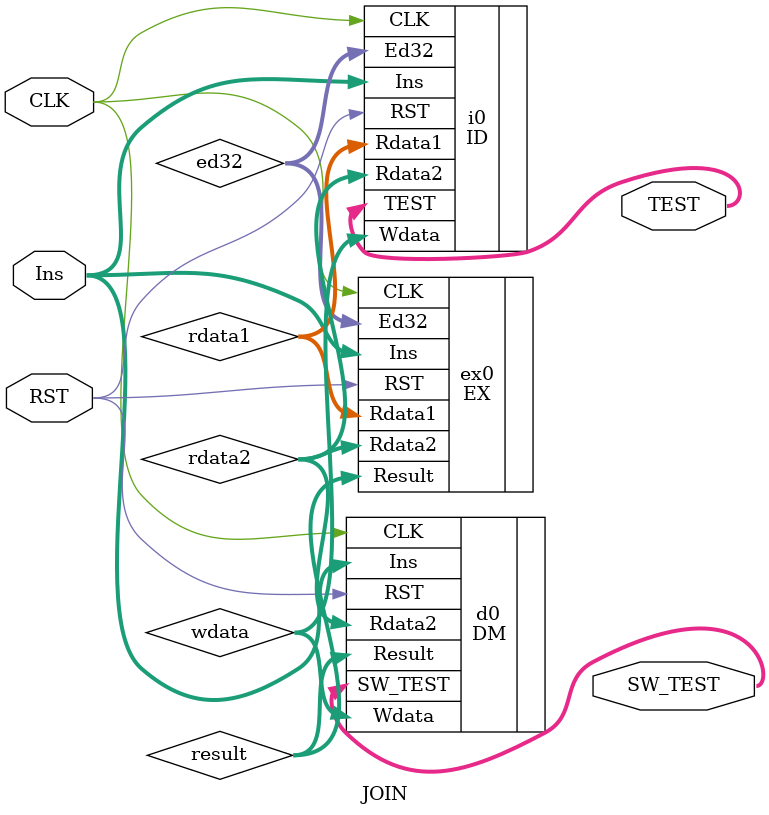
<source format=v>
module JOIN (
    input  CLK, RST,
    input [31:0] Ins,
    output [31:0] TEST,
    output [31:0] SW_TEST
);


wire[31:0] result, rdata1, rdata2, ed32, wdata;

ID i0(.CLK(CLK), .RST(RST), .Ins(Ins), .Wdata(wdata), .Rdata1(rdata1), .Rdata2(rdata2), .Ed32(ed32), .TEST(TEST));
EX ex0(.CLK(CLK), .RST(RST), .Ins(Ins), .Rdata1(rdata1), .Rdata2(rdata2), .Ed32(ed32), .Result(result));
DM d0(.CLK(CLK), .RST(RST), .Ins(Ins), .Result(result), .Rdata2(rdata2), .Wdata(wdata), .SW_TEST(SW_TEST));

endmodule
</source>
